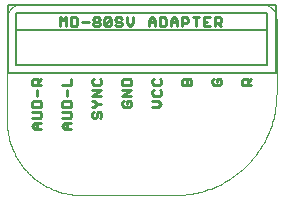
<source format=gto>
G75*
%MOIN*%
%OFA0B0*%
%FSLAX25Y25*%
%IPPOS*%
%LPD*%
%AMOC8*
5,1,8,0,0,1.08239X$1,22.5*
%
%ADD10C,0.00000*%
%ADD11C,0.00900*%
%ADD12C,0.00500*%
D10*
X0026600Y0013809D02*
X0057514Y0013809D01*
X0026600Y0013809D02*
X0025996Y0013816D01*
X0025392Y0013838D01*
X0024789Y0013875D01*
X0024187Y0013926D01*
X0023587Y0013991D01*
X0022988Y0014071D01*
X0022391Y0014166D01*
X0021797Y0014275D01*
X0021205Y0014398D01*
X0020617Y0014535D01*
X0020032Y0014687D01*
X0019451Y0014853D01*
X0018875Y0015033D01*
X0018302Y0015226D01*
X0017735Y0015434D01*
X0017173Y0015655D01*
X0016616Y0015889D01*
X0016065Y0016137D01*
X0015520Y0016398D01*
X0014982Y0016673D01*
X0014450Y0016960D01*
X0013926Y0017260D01*
X0013409Y0017572D01*
X0012900Y0017897D01*
X0012398Y0018234D01*
X0011905Y0018584D01*
X0011421Y0018945D01*
X0010945Y0019317D01*
X0010479Y0019701D01*
X0010022Y0020096D01*
X0009575Y0020502D01*
X0009137Y0020919D01*
X0008710Y0021346D01*
X0008293Y0021784D01*
X0007887Y0022231D01*
X0007492Y0022688D01*
X0007108Y0023154D01*
X0006736Y0023630D01*
X0006375Y0024114D01*
X0006025Y0024607D01*
X0005688Y0025109D01*
X0005363Y0025618D01*
X0005051Y0026135D01*
X0004751Y0026659D01*
X0004464Y0027191D01*
X0004189Y0027729D01*
X0003928Y0028274D01*
X0003680Y0028825D01*
X0003446Y0029382D01*
X0003225Y0029944D01*
X0003017Y0030511D01*
X0002824Y0031084D01*
X0002644Y0031660D01*
X0002478Y0032241D01*
X0002326Y0032826D01*
X0002189Y0033414D01*
X0002066Y0034006D01*
X0001957Y0034600D01*
X0001862Y0035197D01*
X0001782Y0035796D01*
X0001717Y0036396D01*
X0001666Y0036998D01*
X0001629Y0037601D01*
X0001607Y0038205D01*
X0001600Y0038809D01*
X0001600Y0072510D01*
X0001602Y0072650D01*
X0001608Y0072790D01*
X0001618Y0072930D01*
X0001631Y0073070D01*
X0001649Y0073209D01*
X0001671Y0073348D01*
X0001696Y0073485D01*
X0001725Y0073623D01*
X0001758Y0073759D01*
X0001795Y0073894D01*
X0001836Y0074028D01*
X0001881Y0074161D01*
X0001929Y0074293D01*
X0001981Y0074423D01*
X0002036Y0074552D01*
X0002095Y0074679D01*
X0002158Y0074805D01*
X0002224Y0074929D01*
X0002293Y0075050D01*
X0002366Y0075170D01*
X0002443Y0075288D01*
X0002522Y0075403D01*
X0002605Y0075517D01*
X0002691Y0075627D01*
X0002780Y0075736D01*
X0002872Y0075842D01*
X0002967Y0075945D01*
X0003064Y0076046D01*
X0003165Y0076143D01*
X0003268Y0076238D01*
X0003374Y0076330D01*
X0003483Y0076419D01*
X0003593Y0076505D01*
X0003707Y0076588D01*
X0003822Y0076667D01*
X0003940Y0076744D01*
X0004060Y0076817D01*
X0004181Y0076886D01*
X0004305Y0076952D01*
X0004431Y0077015D01*
X0004558Y0077074D01*
X0004687Y0077129D01*
X0004817Y0077181D01*
X0004949Y0077229D01*
X0005082Y0077274D01*
X0005216Y0077315D01*
X0005351Y0077352D01*
X0005487Y0077385D01*
X0005625Y0077414D01*
X0005762Y0077439D01*
X0005901Y0077461D01*
X0006040Y0077479D01*
X0006180Y0077492D01*
X0006320Y0077502D01*
X0006460Y0077508D01*
X0006600Y0077510D01*
X0086521Y0077510D01*
X0086661Y0077508D01*
X0086801Y0077502D01*
X0086941Y0077492D01*
X0087081Y0077479D01*
X0087220Y0077461D01*
X0087359Y0077439D01*
X0087496Y0077414D01*
X0087634Y0077385D01*
X0087770Y0077352D01*
X0087905Y0077315D01*
X0088039Y0077274D01*
X0088172Y0077229D01*
X0088304Y0077181D01*
X0088434Y0077129D01*
X0088563Y0077074D01*
X0088690Y0077015D01*
X0088816Y0076952D01*
X0088940Y0076886D01*
X0089061Y0076817D01*
X0089181Y0076744D01*
X0089299Y0076667D01*
X0089414Y0076588D01*
X0089528Y0076505D01*
X0089638Y0076419D01*
X0089747Y0076330D01*
X0089853Y0076238D01*
X0089956Y0076143D01*
X0090057Y0076046D01*
X0090154Y0075945D01*
X0090249Y0075842D01*
X0090341Y0075736D01*
X0090430Y0075627D01*
X0090516Y0075517D01*
X0090599Y0075403D01*
X0090678Y0075288D01*
X0090755Y0075170D01*
X0090828Y0075050D01*
X0090897Y0074929D01*
X0090963Y0074805D01*
X0091026Y0074679D01*
X0091085Y0074552D01*
X0091140Y0074423D01*
X0091192Y0074293D01*
X0091240Y0074161D01*
X0091285Y0074028D01*
X0091326Y0073894D01*
X0091363Y0073759D01*
X0091396Y0073623D01*
X0091425Y0073485D01*
X0091450Y0073348D01*
X0091472Y0073209D01*
X0091490Y0073070D01*
X0091503Y0072930D01*
X0091513Y0072790D01*
X0091519Y0072650D01*
X0091521Y0072510D01*
X0091521Y0047817D01*
X0091522Y0047817D02*
X0091512Y0046995D01*
X0091482Y0046174D01*
X0091433Y0045354D01*
X0091363Y0044535D01*
X0091274Y0043718D01*
X0091165Y0042903D01*
X0091037Y0042092D01*
X0090888Y0041283D01*
X0090721Y0040479D01*
X0090534Y0039678D01*
X0090327Y0038883D01*
X0090102Y0038093D01*
X0089858Y0037308D01*
X0089594Y0036529D01*
X0089312Y0035758D01*
X0089011Y0034993D01*
X0088692Y0034235D01*
X0088355Y0033486D01*
X0088000Y0032745D01*
X0087627Y0032013D01*
X0087236Y0031290D01*
X0086828Y0030576D01*
X0086403Y0029873D01*
X0085961Y0029180D01*
X0085502Y0028498D01*
X0085027Y0027828D01*
X0084536Y0027169D01*
X0084029Y0026522D01*
X0083507Y0025887D01*
X0082969Y0025266D01*
X0082417Y0024657D01*
X0081850Y0024062D01*
X0081269Y0023481D01*
X0080674Y0022914D01*
X0080065Y0022362D01*
X0079444Y0021824D01*
X0078809Y0021302D01*
X0078162Y0020795D01*
X0077503Y0020304D01*
X0076833Y0019829D01*
X0076151Y0019370D01*
X0075458Y0018928D01*
X0074755Y0018503D01*
X0074041Y0018095D01*
X0073318Y0017704D01*
X0072586Y0017331D01*
X0071845Y0016976D01*
X0071096Y0016639D01*
X0070338Y0016320D01*
X0069573Y0016019D01*
X0068802Y0015737D01*
X0068023Y0015473D01*
X0067238Y0015229D01*
X0066448Y0015004D01*
X0065653Y0014797D01*
X0064852Y0014610D01*
X0064048Y0014443D01*
X0063239Y0014294D01*
X0062428Y0014166D01*
X0061613Y0014057D01*
X0060796Y0013968D01*
X0059977Y0013898D01*
X0059157Y0013849D01*
X0058336Y0013819D01*
X0057514Y0013809D01*
D11*
X0032633Y0039526D02*
X0033150Y0040044D01*
X0033150Y0041078D01*
X0032633Y0041595D01*
X0032116Y0041595D01*
X0031599Y0041078D01*
X0031599Y0040044D01*
X0031082Y0039526D01*
X0030564Y0039526D01*
X0030047Y0040044D01*
X0030047Y0041078D01*
X0030564Y0041595D01*
X0030564Y0043210D02*
X0031599Y0044244D01*
X0033150Y0044244D01*
X0031599Y0044244D02*
X0030564Y0045278D01*
X0030047Y0045278D01*
X0030047Y0046893D02*
X0033150Y0048961D01*
X0030047Y0048961D01*
X0030564Y0050576D02*
X0032633Y0050576D01*
X0033150Y0051093D01*
X0033150Y0052127D01*
X0032633Y0052644D01*
X0030564Y0052644D02*
X0030047Y0052127D01*
X0030047Y0051093D01*
X0030564Y0050576D01*
X0030047Y0046893D02*
X0033150Y0046893D01*
X0030564Y0043210D02*
X0030047Y0043210D01*
X0023150Y0043210D02*
X0023150Y0044761D01*
X0022633Y0045278D01*
X0020564Y0045278D01*
X0020047Y0044761D01*
X0020047Y0043210D01*
X0023150Y0043210D01*
X0022633Y0041595D02*
X0020047Y0041595D01*
X0020047Y0039526D02*
X0022633Y0039526D01*
X0023150Y0040044D01*
X0023150Y0041078D01*
X0022633Y0041595D01*
X0023150Y0037912D02*
X0021082Y0037912D01*
X0020047Y0036878D01*
X0021082Y0035843D01*
X0023150Y0035843D01*
X0021599Y0035843D02*
X0021599Y0037912D01*
X0013150Y0037912D02*
X0011082Y0037912D01*
X0010047Y0036878D01*
X0011082Y0035843D01*
X0013150Y0035843D01*
X0011599Y0035843D02*
X0011599Y0037912D01*
X0012633Y0039526D02*
X0010047Y0039526D01*
X0010047Y0041595D02*
X0012633Y0041595D01*
X0013150Y0041078D01*
X0013150Y0040044D01*
X0012633Y0039526D01*
X0013150Y0043210D02*
X0010047Y0043210D01*
X0010047Y0044761D01*
X0010564Y0045278D01*
X0012633Y0045278D01*
X0013150Y0044761D01*
X0013150Y0043210D01*
X0011599Y0046893D02*
X0011599Y0048961D01*
X0012116Y0050576D02*
X0012116Y0052127D01*
X0011599Y0052644D01*
X0010564Y0052644D01*
X0010047Y0052127D01*
X0010047Y0050576D01*
X0013150Y0050576D01*
X0012116Y0051610D02*
X0013150Y0052644D01*
X0020047Y0050576D02*
X0023150Y0050576D01*
X0023150Y0052644D01*
X0021599Y0048961D02*
X0021599Y0046893D01*
X0040047Y0046893D02*
X0043150Y0048961D01*
X0040047Y0048961D01*
X0040047Y0050576D02*
X0040047Y0052127D01*
X0040564Y0052644D01*
X0042633Y0052644D01*
X0043150Y0052127D01*
X0043150Y0050576D01*
X0040047Y0050576D01*
X0040047Y0046893D02*
X0043150Y0046893D01*
X0042633Y0045278D02*
X0041599Y0045278D01*
X0041599Y0044244D01*
X0042633Y0045278D02*
X0043150Y0044761D01*
X0043150Y0043727D01*
X0042633Y0043210D01*
X0040564Y0043210D01*
X0040047Y0043727D01*
X0040047Y0044761D01*
X0040564Y0045278D01*
X0050047Y0045278D02*
X0052116Y0045278D01*
X0053150Y0044244D01*
X0052116Y0043210D01*
X0050047Y0043210D01*
X0050564Y0046893D02*
X0050047Y0047410D01*
X0050047Y0048444D01*
X0050564Y0048961D01*
X0050564Y0050576D02*
X0052633Y0050576D01*
X0053150Y0051093D01*
X0053150Y0052127D01*
X0052633Y0052644D01*
X0050564Y0052644D02*
X0050047Y0052127D01*
X0050047Y0051093D01*
X0050564Y0050576D01*
X0052633Y0048961D02*
X0053150Y0048444D01*
X0053150Y0047410D01*
X0052633Y0046893D01*
X0050564Y0046893D01*
X0060047Y0050576D02*
X0060047Y0052127D01*
X0060564Y0052644D01*
X0061082Y0052644D01*
X0061599Y0052127D01*
X0061599Y0050576D01*
X0063150Y0050576D02*
X0063150Y0052127D01*
X0062633Y0052644D01*
X0062116Y0052644D01*
X0061599Y0052127D01*
X0063150Y0050576D02*
X0060047Y0050576D01*
X0070047Y0051093D02*
X0070564Y0050576D01*
X0072633Y0050576D01*
X0073150Y0051093D01*
X0073150Y0052127D01*
X0072633Y0052644D01*
X0071599Y0052644D01*
X0071599Y0051610D01*
X0070564Y0052644D02*
X0070047Y0052127D01*
X0070047Y0051093D01*
X0080047Y0050576D02*
X0080047Y0052127D01*
X0080564Y0052644D01*
X0081599Y0052644D01*
X0082116Y0052127D01*
X0082116Y0050576D01*
X0083150Y0050576D02*
X0080047Y0050576D01*
X0082116Y0051610D02*
X0083150Y0052644D01*
X0073059Y0070054D02*
X0072025Y0071089D01*
X0072542Y0071089D02*
X0070990Y0071089D01*
X0070990Y0070054D02*
X0070990Y0073157D01*
X0072542Y0073157D01*
X0073059Y0072640D01*
X0073059Y0071606D01*
X0072542Y0071089D01*
X0069376Y0070054D02*
X0067307Y0070054D01*
X0067307Y0073157D01*
X0069376Y0073157D01*
X0068341Y0071606D02*
X0067307Y0071606D01*
X0065693Y0073157D02*
X0063624Y0073157D01*
X0064658Y0073157D02*
X0064658Y0070054D01*
X0062009Y0071606D02*
X0062009Y0072640D01*
X0061492Y0073157D01*
X0059941Y0073157D01*
X0059941Y0070054D01*
X0059941Y0071089D02*
X0061492Y0071089D01*
X0062009Y0071606D01*
X0058326Y0071606D02*
X0056258Y0071606D01*
X0056258Y0072123D02*
X0057292Y0073157D01*
X0058326Y0072123D01*
X0058326Y0070054D01*
X0056258Y0070054D02*
X0056258Y0072123D01*
X0054643Y0072640D02*
X0054643Y0070571D01*
X0054126Y0070054D01*
X0052575Y0070054D01*
X0052575Y0073157D01*
X0054126Y0073157D01*
X0054643Y0072640D01*
X0050960Y0072123D02*
X0050960Y0070054D01*
X0050960Y0071606D02*
X0048892Y0071606D01*
X0048892Y0072123D02*
X0049926Y0073157D01*
X0050960Y0072123D01*
X0048892Y0072123D02*
X0048892Y0070054D01*
X0043594Y0071089D02*
X0043594Y0073157D01*
X0043594Y0071089D02*
X0042559Y0070054D01*
X0041525Y0071089D01*
X0041525Y0073157D01*
X0039911Y0072640D02*
X0039393Y0073157D01*
X0038359Y0073157D01*
X0037842Y0072640D01*
X0037842Y0072123D01*
X0038359Y0071606D01*
X0039393Y0071606D01*
X0039911Y0071089D01*
X0039911Y0070571D01*
X0039393Y0070054D01*
X0038359Y0070054D01*
X0037842Y0070571D01*
X0036227Y0070571D02*
X0035710Y0070054D01*
X0034676Y0070054D01*
X0034159Y0070571D01*
X0036227Y0072640D01*
X0036227Y0070571D01*
X0034159Y0070571D02*
X0034159Y0072640D01*
X0034676Y0073157D01*
X0035710Y0073157D01*
X0036227Y0072640D01*
X0032544Y0072640D02*
X0032544Y0072123D01*
X0032027Y0071606D01*
X0030993Y0071606D01*
X0030476Y0072123D01*
X0030476Y0072640D01*
X0030993Y0073157D01*
X0032027Y0073157D01*
X0032544Y0072640D01*
X0032027Y0071606D02*
X0032544Y0071089D01*
X0032544Y0070571D01*
X0032027Y0070054D01*
X0030993Y0070054D01*
X0030476Y0070571D01*
X0030476Y0071089D01*
X0030993Y0071606D01*
X0028861Y0071606D02*
X0026793Y0071606D01*
X0025178Y0072640D02*
X0024661Y0073157D01*
X0023110Y0073157D01*
X0023110Y0070054D01*
X0024661Y0070054D01*
X0025178Y0070571D01*
X0025178Y0072640D01*
X0021495Y0073157D02*
X0021495Y0070054D01*
X0020461Y0072123D02*
X0021495Y0073157D01*
X0020461Y0072123D02*
X0019426Y0073157D01*
X0019426Y0070054D01*
D12*
X0004710Y0068809D02*
X0088490Y0068809D01*
X0088490Y0057313D01*
X0004710Y0057313D01*
X0004710Y0068809D01*
X0004710Y0074439D01*
X0088490Y0074439D01*
X0088490Y0068809D01*
X0091246Y0077195D02*
X0091246Y0054557D01*
X0001954Y0054557D01*
X0001954Y0077195D01*
X0091246Y0077195D01*
M02*

</source>
